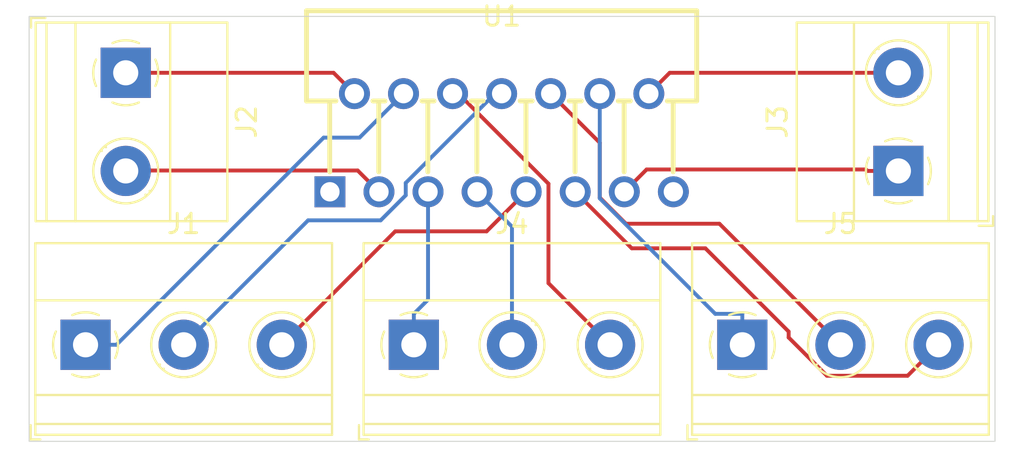
<source format=kicad_pcb>
(kicad_pcb (version 20240108) (generator "pcbnew") (generator_version "8.0")
  (layers (0 "F.Cu" signal) (31 "B.Cu" signal) (34 "B.Paste" user) (35 "F.Paste" user) (36 "B.SilkS" user "B.Silkscreen") (37 "F.SilkS" user "F.Silkscreen") (38 "B.Mask" user) (39 "F.Mask" user) (44 "Edge.Cuts" user))
  (net 0 "")
  (net 1 "VSS")
  (net 2 "GND")
  (net 3 "VCC")
  (net 4 "Net-(J2-Pin_1)")
  (net 5 "Net-(J2-Pin_2)")
  (net 6 "Net-(J3-Pin_1)")
  (net 7 "Net-(J3-Pin_2)")
  (net 8 "Net-(J4-Pin_3)")
  (net 9 "Net-(J4-Pin_2)")
  (net 10 "Net-(J4-Pin_1)")
  (net 11 "Net-(J5-Pin_3)")
  (net 12 "Net-(J5-Pin_2)")
  (net 13 "Net-(J5-Pin_1)")
  (footprint "easyeda2kicad:SIP-15_L20.0-W4.6-P1.27-L" (layer "F.Cu") (at 112.46 86.54)
    (property "Reference" "U1" (at 0 -6.54 0) (layer "F.SilkS"))
    (property "Value" "L298N(XBLW)")
    (fp_line (start -10.1 -6.83) (end -10.1 -2.16) (stroke (width 0.25)) (layer "F.SilkS"))
    (fp_line (start -10.1 -2.16) (end -8.58 -2.16) (stroke (width 0.25)) (layer "F.SilkS"))
    (fp_line (start -8.9 -2.16) (end -8.9 1.51) (stroke (width 0.25)) (layer "F.SilkS"))
    (fp_line (start -6.66 -2.16) (end -6.04 -2.16) (stroke (width 0.25)) (layer "F.SilkS"))
    (fp_line (start -6.36 -2.16) (end -6.36 1.51) (stroke (width 0.25)) (layer "F.SilkS"))
    (fp_line (start -4.12 -2.16) (end -3.5 -2.16) (stroke (width 0.25)) (layer "F.SilkS"))
    (fp_line (start -3.82 -2.16) (end -3.82 1.51) (stroke (width 0.25)) (layer "F.SilkS"))
    (fp_line (start -1.58 -2.16) (end -0.96 -2.16) (stroke (width 0.25)) (layer "F.SilkS"))
    (fp_line (start -1.28 -2.16) (end -1.28 1.51) (stroke (width 0.25)) (layer "F.SilkS"))
    (fp_line (start 0.96 -2.16) (end 1.58 -2.16) (stroke (width 0.25)) (layer "F.SilkS"))
    (fp_line (start 1.26 -2.16) (end 1.26 1.51) (stroke (width 0.25)) (layer "F.SilkS"))
    (fp_line (start 3.5 -2.16) (end 4.12 -2.16) (stroke (width 0.25)) (layer "F.SilkS"))
    (fp_line (start 3.8 -2.16) (end 3.8 1.51) (stroke (width 0.25)) (layer "F.SilkS"))
    (fp_line (start 6.04 -2.16) (end 6.66 -2.16) (stroke (width 0.25)) (layer "F.SilkS"))
    (fp_line (start 6.34 -2.16) (end 6.34 1.51) (stroke (width 0.25)) (layer "F.SilkS"))
    (fp_line (start 8.58 -2.16) (end 10.1 -2.16) (stroke (width 0.25)) (layer "F.SilkS"))
    (fp_line (start 8.88 -2.16) (end 8.88 1.51) (stroke (width 0.25)) (layer "F.SilkS"))
    (fp_line (start 10.1 -6.83) (end -10.1 -6.83) (stroke (width 0.25)) (layer "F.SilkS"))
    (fp_line (start 10.1 -6.83) (end 10.1 -2.21) (stroke (width 0.25)) (layer "F.SilkS"))
    (pad "1" thru_hole rect (at -8.89 2.54) (size 1.6 1.6) (drill 0.999998) (layers "*.Cu" "*.Mask"))
    (pad "2" thru_hole circle (at -7.62 -2.54) (size 1.6 1.6) (drill 0.999998) (layers "*.Cu" "*.Mask") (net 4 "Net-(J2-Pin_1)"))
    (pad "3" thru_hole circle (at -6.35 2.54) (size 1.6 1.6) (drill 0.999998) (layers "*.Cu" "*.Mask") (net 5 "Net-(J2-Pin_2)"))
    (pad "4" thru_hole circle (at -5.08 -2.54) (size 1.6 1.6) (drill 0.999998) (layers "*.Cu" "*.Mask") (net 1 "VSS"))
    (pad "5" thru_hole circle (at -3.81 2.54) (size 1.6 1.6) (drill 0.999998) (layers "*.Cu" "*.Mask") (net 10 "Net-(J4-Pin_1)"))
    (pad "6" thru_hole circle (at -2.54 -2.54) (size 1.6 1.6) (drill 0.999998) (layers "*.Cu" "*.Mask") (net 8 "Net-(J4-Pin_3)"))
    (pad "7" thru_hole circle (at -1.27 2.54) (size 1.6 1.6) (drill 0.999998) (layers "*.Cu" "*.Mask") (net 9 "Net-(J4-Pin_2)"))
    (pad "8" thru_hole circle (at 0 -2.54) (size 1.6 1.6) (drill 0.999998) (layers "*.Cu" "*.Mask") (net 2 "GND"))
    (pad "9" thru_hole circle (at 1.27 2.54) (size 1.6 1.6) (drill 0.999998) (layers "*.Cu" "*.Mask") (net 3 "VCC"))
    (pad "10" thru_hole circle (at 2.54 -2.54) (size 1.6 1.6) (drill 0.999998) (layers "*.Cu" "*.Mask") (net 12 "Net-(J5-Pin_2)"))
    (pad "11" thru_hole circle (at 3.81 2.54) (size 1.6 1.6) (drill 0.999998) (layers "*.Cu" "*.Mask") (net 11 "Net-(J5-Pin_3)"))
    (pad "12" thru_hole circle (at 5.08 -2.54) (size 1.6 1.6) (drill 0.999998) (layers "*.Cu" "*.Mask") (net 13 "Net-(J5-Pin_1)"))
    (pad "13" thru_hole circle (at 6.35 2.54) (size 1.6 1.6) (drill 0.999998) (layers "*.Cu" "*.Mask") (net 6 "Net-(J3-Pin_1)"))
    (pad "14" thru_hole circle (at 7.62 -2.54) (size 1.6 1.6) (drill 0.999998) (layers "*.Cu" "*.Mask") (net 7 "Net-(J3-Pin_2)"))
    (pad "15" thru_hole circle (at 8.89 2.54) (size 1.6 1.6) (drill 0.999998) (layers "*.Cu" "*.Mask"))
  )
  (footprint "TerminalBlock_Phoenix:TerminalBlock_Phoenix_MKDS-1,5-2-5.08_1x02_P5.08mm_Horizontal" (layer "F.Cu") (at 133 88 90)
    (property "Reference" "J3" (at 2.54 -6.26 90) (layer "F.SilkS"))
    (property "Value" "Conn_01x02")
    (fp_line (start 7.68 -5.261) (end 7.68 4.66) (stroke (width 0.12)) (layer "F.SilkS"))
    (fp_line (start -2.6 -5.261) (end 7.68 -5.261) (stroke (width 0.12)) (layer "F.SilkS"))
    (fp_line (start -2.6 -5.261) (end -2.6 4.66) (stroke (width 0.12)) (layer "F.SilkS"))
    (fp_line (start -2.6 -2.301) (end 7.68 -2.301) (stroke (width 0.12)) (layer "F.SilkS"))
    (fp_line (start 6.15 -1.275) (end 6.115 -1.239) (stroke (width 0.12)) (layer "F.SilkS"))
    (fp_line (start 6.355 -1.069) (end 6.308 -1.023) (stroke (width 0.12)) (layer "F.SilkS"))
    (fp_line (start 3.853 1.023) (end 3.806 1.069) (stroke (width 0.12)) (layer "F.SilkS"))
    (fp_line (start 4.046 1.239) (end 4.011 1.274) (stroke (width 0.12)) (layer "F.SilkS"))
    (fp_line (start -2.6 2.6) (end 7.68 2.6) (stroke (width 0.12)) (layer "F.SilkS"))
    (fp_line (start -2.6 4.1) (end 7.68 4.1) (stroke (width 0.12)) (layer "F.SilkS"))
    (fp_line (start -2.84 4.16) (end -2.84 4.9) (stroke (width 0.12)) (layer "F.SilkS"))
    (fp_line (start -2.6 4.66) (end 7.68 4.66) (stroke (width 0.12)) (layer "F.SilkS"))
    (fp_line (start -2.84 4.9) (end -2.34 4.9) (stroke (width 0.12)) (layer "F.SilkS"))
    (fp_arc (start -0.683042 -1.535427) (mid 0.000524 -1.680501) (end 0.684 -1.535) (stroke (width 0.12)) (layer "F.SilkS"))
    (fp_arc (start 1.535427 -0.683042) (mid 1.680501 0.000524) (end 1.535 0.684) (stroke (width 0.12)) (layer "F.SilkS"))
    (fp_arc (start -1.535427 0.683042) (mid -1.680501 -0.000524) (end -1.535 -0.684) (stroke (width 0.12)) (layer "F.SilkS"))
    (fp_arc (start 0.683318 1.534756) (mid 0.349292 1.643288) (end 0 1.68) (stroke (width 0.12)) (layer "F.SilkS"))
    (fp_arc (start 0.028805 1.680253) (mid -0.335551 1.646659) (end -0.684 1.535) (stroke (width 0.12)) (layer "F.SilkS"))
    (fp_circle (center 5.08 0) (end 6.76 0) (stroke (width 0.12)) (fill none) (layer "F.SilkS"))
    (pad "1" thru_hole rect (at 0 0 90) (size 2.6 2.6) (drill 1.3) (layers "*.Cu" "*.Mask") (net 6 "Net-(J3-Pin_1)"))
    (pad "2" thru_hole circle (at 5.08 0 90) (size 2.6 2.6) (drill 1.3) (layers "*.Cu" "*.Mask") (net 7 "Net-(J3-Pin_2)"))
  )
  (footprint "TerminalBlock_Phoenix:TerminalBlock_Phoenix_MKDS-1,5-3-5.08_1x03_P5.08mm_Horizontal" (layer "F.Cu") (at 124.92 97)
    (property "Reference" "J5" (at 5.08 -6.26 0) (layer "F.SilkS"))
    (property "Value" "Conn_01x03")
    (fp_line (start -2.84 4.16) (end -2.84 4.9) (stroke (width 0.12)) (layer "F.SilkS"))
    (fp_line (start -2.84 4.9) (end -2.34 4.9) (stroke (width 0.12)) (layer "F.SilkS"))
    (fp_line (start -2.6 -5.261) (end -2.6 4.66) (stroke (width 0.12)) (layer "F.SilkS"))
    (fp_line (start -2.6 -5.261) (end 12.76 -5.261) (stroke (width 0.12)) (layer "F.SilkS"))
    (fp_line (start -2.6 -2.301) (end 12.76 -2.301) (stroke (width 0.12)) (layer "F.SilkS"))
    (fp_line (start -2.6 2.6) (end 12.76 2.6) (stroke (width 0.12)) (layer "F.SilkS"))
    (fp_line (start -2.6 4.1) (end 12.76 4.1) (stroke (width 0.12)) (layer "F.SilkS"))
    (fp_line (start -2.6 4.66) (end 12.76 4.66) (stroke (width 0.12)) (layer "F.SilkS"))
    (fp_line (start 3.853 1.023) (end 3.806 1.069) (stroke (width 0.12)) (layer "F.SilkS"))
    (fp_line (start 4.046 1.239) (end 4.011 1.274) (stroke (width 0.12)) (layer "F.SilkS"))
    (fp_line (start 6.15 -1.275) (end 6.115 -1.239) (stroke (width 0.12)) (layer "F.SilkS"))
    (fp_line (start 6.355 -1.069) (end 6.308 -1.023) (stroke (width 0.12)) (layer "F.SilkS"))
    (fp_line (start 8.933 1.023) (end 8.886 1.069) (stroke (width 0.12)) (layer "F.SilkS"))
    (fp_line (start 9.126 1.239) (end 9.091 1.274) (stroke (width 0.12)) (layer "F.SilkS"))
    (fp_line (start 11.23 -1.275) (end 11.195 -1.239) (stroke (width 0.12)) (layer "F.SilkS"))
    (fp_line (start 11.435 -1.069) (end 11.388 -1.023) (stroke (width 0.12)) (layer "F.SilkS"))
    (fp_line (start 12.76 -5.261) (end 12.76 4.66) (stroke (width 0.12)) (layer "F.SilkS"))
    (fp_arc (start -1.535427 0.683042) (mid -1.680501 -0.000524) (end -1.535 -0.684) (stroke (width 0.12)) (layer "F.SilkS"))
    (fp_arc (start -0.683042 -1.535427) (mid 0.000524 -1.680501) (end 0.684 -1.535) (stroke (width 0.12)) (layer "F.SilkS"))
    (fp_arc (start 0.028805 1.680253) (mid -0.335551 1.646659) (end -0.684 1.535) (stroke (width 0.12)) (layer "F.SilkS"))
    (fp_arc (start 0.683318 1.534756) (mid 0.349292 1.643288) (end 0 1.68) (stroke (width 0.12)) (layer "F.SilkS"))
    (fp_arc (start 1.535427 -0.683042) (mid 1.680501 0.000524) (end 1.535 0.684) (stroke (width 0.12)) (layer "F.SilkS"))
    (fp_circle (center 5.08 0) (end 6.76 0) (stroke (width 0.12)) (fill none) (layer "F.SilkS"))
    (fp_circle (center 10.16 0) (end 11.84 0) (stroke (width 0.12)) (fill none) (layer "F.SilkS"))
    (pad "1" thru_hole rect (at 0 0) (size 2.6 2.6) (drill 1.3) (layers "*.Cu" "*.Mask") (net 13 "Net-(J5-Pin_1)"))
    (pad "2" thru_hole circle (at 5.08 0) (size 2.6 2.6) (drill 1.3) (layers "*.Cu" "*.Mask") (net 12 "Net-(J5-Pin_2)"))
    (pad "3" thru_hole circle (at 10.16 0) (size 2.6 2.6) (drill 1.3) (layers "*.Cu" "*.Mask") (net 11 "Net-(J5-Pin_3)"))
  )
  (footprint "TerminalBlock_Phoenix:TerminalBlock_Phoenix_MKDS-1,5-2-5.08_1x02_P5.08mm_Horizontal" (layer "F.Cu") (at 93 82.92 -90)
    (property "Reference" "J2" (at 2.54 -6.26 90) (layer "F.SilkS"))
    (property "Value" "Conn_01x02")
    (fp_line (start -2.84 4.9) (end -2.34 4.9) (stroke (width 0.12)) (layer "F.SilkS"))
    (fp_line (start -2.6 4.66) (end 7.68 4.66) (stroke (width 0.12)) (layer "F.SilkS"))
    (fp_line (start -2.84 4.16) (end -2.84 4.9) (stroke (width 0.12)) (layer "F.SilkS"))
    (fp_line (start -2.6 4.1) (end 7.68 4.1) (stroke (width 0.12)) (layer "F.SilkS"))
    (fp_line (start -2.6 2.6) (end 7.68 2.6) (stroke (width 0.12)) (layer "F.SilkS"))
    (fp_line (start 4.046 1.239) (end 4.011 1.274) (stroke (width 0.12)) (layer "F.SilkS"))
    (fp_line (start 3.853 1.023) (end 3.806 1.069) (stroke (width 0.12)) (layer "F.SilkS"))
    (fp_line (start 6.355 -1.069) (end 6.308 -1.023) (stroke (width 0.12)) (layer "F.SilkS"))
    (fp_line (start 6.15 -1.275) (end 6.115 -1.239) (stroke (width 0.12)) (layer "F.SilkS"))
    (fp_line (start -2.6 -2.301) (end 7.68 -2.301) (stroke (width 0.12)) (layer "F.SilkS"))
    (fp_line (start -2.6 -5.261) (end -2.6 4.66) (stroke (width 0.12)) (layer "F.SilkS"))
    (fp_line (start -2.6 -5.261) (end 7.68 -5.261) (stroke (width 0.12)) (layer "F.SilkS"))
    (fp_line (start 7.68 -5.261) (end 7.68 4.66) (stroke (width 0.12)) (layer "F.SilkS"))
    (fp_arc (start 0.028805 1.680253) (mid -0.335551 1.646659) (end -0.684 1.535) (stroke (width 0.12)) (layer "F.SilkS"))
    (fp_arc (start 0.683318 1.534756) (mid 0.349292 1.643288) (end 0 1.68) (stroke (width 0.12)) (layer "F.SilkS"))
    (fp_arc (start -1.535427 0.683042) (mid -1.680501 -0.000524) (end -1.535 -0.684) (stroke (width 0.12)) (layer "F.SilkS"))
    (fp_arc (start 1.535427 -0.683042) (mid 1.680501 0.000524) (end 1.535 0.684) (stroke (width 0.12)) (layer "F.SilkS"))
    (fp_arc (start -0.683042 -1.535427) (mid 0.000524 -1.680501) (end 0.684 -1.535) (stroke (width 0.12)) (layer "F.SilkS"))
    (fp_circle (center 5.08 0) (end 6.76 0) (stroke (width 0.12)) (fill none) (layer "F.SilkS"))
    (pad "1" thru_hole rect (at 0 0 270) (size 2.6 2.6) (drill 1.3) (layers "*.Cu" "*.Mask") (net 4 "Net-(J2-Pin_1)"))
    (pad "2" thru_hole circle (at 5.08 0 270) (size 2.6 2.6) (drill 1.3) (layers "*.Cu" "*.Mask") (net 5 "Net-(J2-Pin_2)"))
  )
  (footprint "TerminalBlock_Phoenix:TerminalBlock_Phoenix_MKDS-1,5-3-5.08_1x03_P5.08mm_Horizontal" (layer "F.Cu") (at 107.915 97)
    (property "Reference" "J4" (at 5.08 -6.26 0) (layer "F.SilkS"))
    (property "Value" "Conn_01x03")
    (fp_line (start -2.84 4.16) (end -2.84 4.9) (stroke (width 0.12)) (layer "F.SilkS"))
    (fp_line (start -2.84 4.9) (end -2.34 4.9) (stroke (width 0.12)) (layer "F.SilkS"))
    (fp_line (start -2.6 -5.261) (end -2.6 4.66) (stroke (width 0.12)) (layer "F.SilkS"))
    (fp_line (start -2.6 -5.261) (end 12.76 -5.261) (stroke (width 0.12)) (layer "F.SilkS"))
    (fp_line (start -2.6 -2.301) (end 12.76 -2.301) (stroke (width 0.12)) (layer "F.SilkS"))
    (fp_line (start -2.6 2.6) (end 12.76 2.6) (stroke (width 0.12)) (layer "F.SilkS"))
    (fp_line (start -2.6 4.1) (end 12.76 4.1) (stroke (width 0.12)) (layer "F.SilkS"))
    (fp_line (start -2.6 4.66) (end 12.76 4.66) (stroke (width 0.12)) (layer "F.SilkS"))
    (fp_line (start 3.853 1.023) (end 3.806 1.069) (stroke (width 0.12)) (layer "F.SilkS"))
    (fp_line (start 4.046 1.239) (end 4.011 1.274) (stroke (width 0.12)) (layer "F.SilkS"))
    (fp_line (start 6.15 -1.275) (end 6.115 -1.239) (stroke (width 0.12)) (layer "F.SilkS"))
    (fp_line (start 6.355 -1.069) (end 6.308 -1.023) (stroke (width 0.12)) (layer "F.SilkS"))
    (fp_line (start 8.933 1.023) (end 8.886 1.069) (stroke (width 0.12)) (layer "F.SilkS"))
    (fp_line (start 9.126 1.239) (end 9.091 1.274) (stroke (width 0.12)) (layer "F.SilkS"))
    (fp_line (start 11.23 -1.275) (end 11.195 -1.239) (stroke (width 0.12)) (layer "F.SilkS"))
    (fp_line (start 11.435 -1.069) (end 11.388 -1.023) (stroke (width 0.12)) (layer "F.SilkS"))
    (fp_line (start 12.76 -5.261) (end 12.76 4.66) (stroke (width 0.12)) (layer "F.SilkS"))
    (fp_arc (start -1.535427 0.683042) (mid -1.680501 -0.000524) (end -1.535 -0.684) (stroke (width 0.12)) (layer "F.SilkS"))
    (fp_arc (start -0.683042 -1.535427) (mid 0.000524 -1.680501) (end 0.684 -1.535) (stroke (width 0.12)) (layer "F.SilkS"))
    (fp_arc (start 0.028805 1.680253) (mid -0.335551 1.646659) (end -0.684 1.535) (stroke (width 0.12)) (layer "F.SilkS"))
    (fp_arc (start 0.683318 1.534756) (mid 0.349292 1.643288) (end 0 1.68) (stroke (width 0.12)) (layer "F.SilkS"))
    (fp_arc (start 1.535427 -0.683042) (mid 1.680501 0.000524) (end 1.535 0.684) (stroke (width 0.12)) (layer "F.SilkS"))
    (fp_circle (center 5.08 0) (end 6.76 0) (stroke (width 0.12)) (fill none) (layer "F.SilkS"))
    (fp_circle (center 10.16 0) (end 11.84 0) (stroke (width 0.12)) (fill none) (layer "F.SilkS"))
    (pad "1" thru_hole rect (at 0 0) (size 2.6 2.6) (drill 1.3) (layers "*.Cu" "*.Mask") (net 10 "Net-(J4-Pin_1)"))
    (pad "2" thru_hole circle (at 5.08 0) (size 2.6 2.6) (drill 1.3) (layers "*.Cu" "*.Mask") (net 9 "Net-(J4-Pin_2)"))
    (pad "3" thru_hole circle (at 10.16 0) (size 2.6 2.6) (drill 1.3) (layers "*.Cu" "*.Mask") (net 8 "Net-(J4-Pin_3)"))
  )
  (footprint "TerminalBlock_Phoenix:TerminalBlock_Phoenix_MKDS-1,5-3-5.08_1x03_P5.08mm_Horizontal" (layer "F.Cu") (at 90.92 97)
    (property "Reference" "J1" (at 5.08 -6.26 0) (layer "F.SilkS"))
    (property "Value" "Conn_01x03")
    (fp_line (start -2.84 4.16) (end -2.84 4.9) (stroke (width 0.12)) (layer "F.SilkS"))
    (fp_line (start -2.84 4.9) (end -2.34 4.9) (stroke (width 0.12)) (layer "F.SilkS"))
    (fp_line (start -2.6 -5.261) (end -2.6 4.66) (stroke (width 0.12)) (layer "F.SilkS"))
    (fp_line (start -2.6 -5.261) (end 12.76 -5.261) (stroke (width 0.12)) (layer "F.SilkS"))
    (fp_line (start -2.6 -2.301) (end 12.76 -2.301) (stroke (width 0.12)) (layer "F.SilkS"))
    (fp_line (start -2.6 2.6) (end 12.76 2.6) (stroke (width 0.12)) (layer "F.SilkS"))
    (fp_line (start -2.6 4.1) (end 12.76 4.1) (stroke (width 0.12)) (layer "F.SilkS"))
    (fp_line (start -2.6 4.66) (end 12.76 4.66) (stroke (width 0.12)) (layer "F.SilkS"))
    (fp_line (start 3.853 1.023) (end 3.806 1.069) (stroke (width 0.12)) (layer "F.SilkS"))
    (fp_line (start 4.046 1.239) (end 4.011 1.274) (stroke (width 0.12)) (layer "F.SilkS"))
    (fp_line (start 6.15 -1.275) (end 6.115 -1.239) (stroke (width 0.12)) (layer "F.SilkS"))
    (fp_line (start 6.355 -1.069) (end 6.308 -1.023) (stroke (width 0.12)) (layer "F.SilkS"))
    (fp_line (start 8.933 1.023) (end 8.886 1.069) (stroke (width 0.12)) (layer "F.SilkS"))
    (fp_line (start 9.126 1.239) (end 9.091 1.274) (stroke (width 0.12)) (layer "F.SilkS"))
    (fp_line (start 11.23 -1.275) (end 11.195 -1.239) (stroke (width 0.12)) (layer "F.SilkS"))
    (fp_line (start 11.435 -1.069) (end 11.388 -1.023) (stroke (width 0.12)) (layer "F.SilkS"))
    (fp_line (start 12.76 -5.261) (end 12.76 4.66) (stroke (width 0.12)) (layer "F.SilkS"))
    (fp_arc (start -1.535427 0.683042) (mid -1.680501 -0.000524) (end -1.535 -0.684) (stroke (width 0.12)) (layer "F.SilkS"))
    (fp_arc (start -0.683042 -1.535427) (mid 0.000524 -1.680501) (end 0.684 -1.535) (stroke (width 0.12)) (layer "F.SilkS"))
    (fp_arc (start 0.028805 1.680253) (mid -0.335551 1.646659) (end -0.684 1.535) (stroke (width 0.12)) (layer "F.SilkS"))
    (fp_arc (start 0.683318 1.534756) (mid 0.349292 1.643288) (end 0 1.68) (stroke (width 0.12)) (layer "F.SilkS"))
    (fp_arc (start 1.535427 -0.683042) (mid 1.680501 0.000524) (end 1.535 0.684) (stroke (width 0.12)) (layer "F.SilkS"))
    (fp_circle (center 5.08 0) (end 6.76 0) (stroke (width 0.12)) (fill none) (layer "F.SilkS"))
    (fp_circle (center 10.16 0) (end 11.84 0) (stroke (width 0.12)) (fill none) (layer "F.SilkS"))
    (pad "1" thru_hole rect (at 0 0) (size 2.6 2.6) (drill 1.3) (layers "*.Cu" "*.Mask") (net 1 "VSS"))
    (pad "2" thru_hole circle (at 5.08 0) (size 2.6 2.6) (drill 1.3) (layers "*.Cu" "*.Mask") (net 2 "GND"))
    (pad "3" thru_hole circle (at 10.16 0) (size 2.6 2.6) (drill 1.3) (layers "*.Cu" "*.Mask") (net 3 "VCC"))
  )
  (gr_rect (start 88 80) (end 138 102) (stroke (width 0.05)) (fill none) (layer "Edge.Cuts"))
  (segment (start 90.92 97) (end 92.5217 97) (width 0.2) (layer "B.Cu") (net 1))
  (segment (start 92.5217 97) (end 103.2453 86.2764) (width 0.2) (layer "B.Cu") (net 1))
  (segment (start 105.1036 86.2764) (end 107.38 84) (width 0.2) (layer "B.Cu") (net 1))
  (segment (start 103.2453 86.2764) (end 105.1036 86.2764) (width 0.2) (layer "B.Cu") (net 1))
  (segment (start 106.1993 90.5573) (end 107.4961 89.2605) (width 0.2) (layer "B.Cu") (net 2))
  (segment (start 102.4427 90.5573) (end 106.1993 90.5573) (width 0.2) (layer "B.Cu") (net 2))
  (segment (start 112.1162 84) (end 112.46 84) (width 0.2) (layer "B.Cu") (net 2))
  (segment (start 107.4961 89.2605) (end 107.4961 88.6201) (width 0.2) (layer "B.Cu") (net 2))
  (segment (start 96 97) (end 102.4427 90.5573) (width 0.2) (layer "B.Cu") (net 2))
  (segment (start 107.4961 88.6201) (end 112.1162 84) (width 0.2) (layer "B.Cu") (net 2))
  (segment (start 101.08 97) (end 106.9527 91.1273) (width 0.2) (layer "F.Cu") (net 3))
  (segment (start 106.9527 91.1273) (end 111.6827 91.1273) (width 0.2) (layer "F.Cu") (net 3))
  (segment (start 111.6827 91.1273) (end 113.73 89.08) (width 0.2) (layer "F.Cu") (net 3))
  (segment (start 103.76 82.92) (end 104.84 84) (width 0.2) (layer "F.Cu") (net 4))
  (segment (start 93 82.92) (end 103.76 82.92) (width 0.2) (layer "F.Cu") (net 4))
  (segment (start 93.0217 87.9783) (end 105.0083 87.9783) (width 0.2) (layer "F.Cu") (net 5))
  (segment (start 105.0083 87.9783) (end 106.11 89.08) (width 0.2) (layer "F.Cu") (net 5))
  (segment (start 93 88) (end 93.0217 87.9783) (width 0.2) (layer "F.Cu") (net 5))
  (segment (start 131.3983 88) (end 131.3235 87.9252) (width 0.2) (layer "F.Cu") (net 6))
  (segment (start 133 88) (end 131.3983 88) (width 0.2) (layer "F.Cu") (net 6))
  (segment (start 119.9648 87.9252) (end 118.81 89.08) (width 0.2) (layer "F.Cu") (net 6))
  (segment (start 131.3235 87.9252) (end 119.9648 87.9252) (width 0.2) (layer "F.Cu") (net 6))
  (segment (start 121.16 82.92) (end 120.08 84) (width 0.2) (layer "F.Cu") (net 7))
  (segment (start 133 82.92) (end 121.16 82.92) (width 0.2) (layer "F.Cu") (net 7))
  (segment (start 114.884 93.809) (end 114.884 88.6633) (width 0.2) (layer "F.Cu") (net 8))
  (segment (start 118.075 97) (end 114.884 93.809) (width 0.2) (layer "F.Cu") (net 8))
  (segment (start 114.884 88.6633) (end 110.2207 84) (width 0.2) (layer "F.Cu") (net 8))
  (segment (start 110.2207 84) (end 109.92 84) (width 0.2) (layer "F.Cu") (net 8))
  (segment (start 112.995 97) (end 112.995 90.885) (width 0.2) (layer "B.Cu") (net 9))
  (segment (start 112.995 90.885) (end 111.19 89.08) (width 0.2) (layer "B.Cu") (net 9))
  (segment (start 108.65 94.6633) (end 108.65 89.08) (width 0.2) (layer "B.Cu") (net 10))
  (segment (start 107.915 97) (end 107.915 95.3983) (width 0.2) (layer "B.Cu") (net 10))
  (segment (start 107.915 95.3983) (end 108.65 94.6633) (width 0.2) (layer "B.Cu") (net 10))
  (segment (start 127.3185 96.3172) (end 123.0071 92.0058) (width 0.2) (layer "F.Cu") (net 11))
  (segment (start 129.2995 98.604) (end 127.3185 96.623) (width 0.2) (layer "F.Cu") (net 11))
  (segment (start 123.0071 92.0058) (end 119.1958 92.0058) (width 0.2) (layer "F.Cu") (net 11))
  (segment (start 119.1958 92.0058) (end 116.27 89.08) (width 0.2) (layer "F.Cu") (net 11))
  (segment (start 133.476 98.604) (end 129.2995 98.604) (width 0.2) (layer "F.Cu") (net 11))
  (segment (start 135.08 97) (end 133.476 98.604) (width 0.2) (layer "F.Cu") (net 11))
  (segment (start 127.3185 96.623) (end 127.3185 96.3172) (width 0.2) (layer "F.Cu") (net 11))
  (segment (start 118.8944 90.734) (end 117.54 89.3796) (width 0.2) (layer "F.Cu") (net 12))
  (segment (start 123.734 90.734) (end 118.8944 90.734) (width 0.2) (layer "F.Cu") (net 12))
  (segment (start 117.54 86.54) (end 115 84) (width 0.2) (layer "F.Cu") (net 12))
  (segment (start 130 97) (end 123.734 90.734) (width 0.2) (layer "F.Cu") (net 12))
  (segment (start 117.54 89.3796) (end 117.54 86.54) (width 0.2) (layer "F.Cu") (net 12))
  (segment (start 123.5185 95.3983) (end 117.54 89.4198) (width 0.2) (layer "B.Cu") (net 13))
  (segment (start 117.54 89.4198) (end 117.54 84) (width 0.2) (layer "B.Cu") (net 13))
  (segment (start 124.92 95.3983) (end 123.5185 95.3983) (width 0.2) (layer "B.Cu") (net 13))
  (segment (start 124.92 97) (end 124.92 95.3983) (width 0.2) (layer "B.Cu") (net 13))
)
</source>
